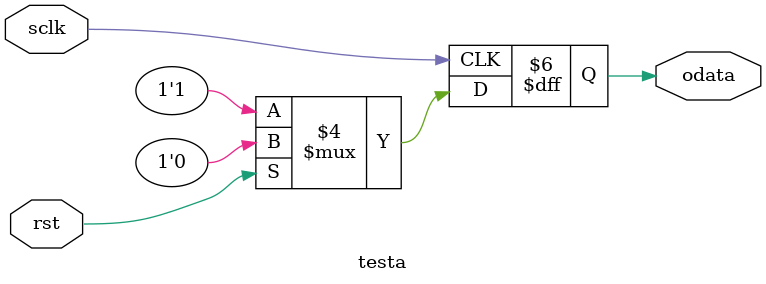
<source format=v>
module testa(
input	   wire	            sclk,
input	   wire 		    rst,
output	   reg              odata
);
always @(posedge sclk) begin
	if(rst == 1'b1) begin
		odata <= 1'b0;
	end
	else begin
		odata <= 1'b1;
	end
end

endmodule





</source>
